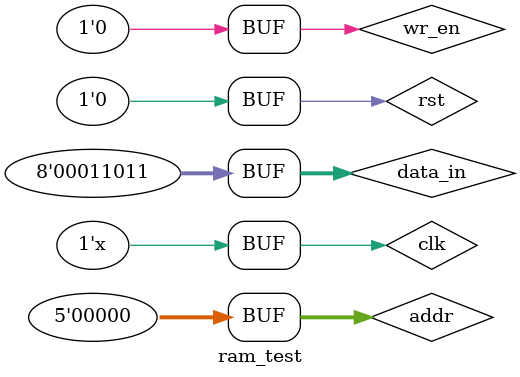
<source format=v>
`timescale 1ns / 1ps


module ram_test;

	// Inputs
	reg clk;
	reg rst;
	reg [4:0] addr;
	reg [7:0] data_in;
	reg wr_en;

	// Outputs
	wire [7:0] data_out;

	// Instantiate the Unit Under Test (UUT)
	ch_aline_storage uut (
		.clk(clk), 
		.rst(rst), 
		.addr(addr), 
		.data_in(data_in), 
		.data_out(data_out), 
		.wr_en(wr_en)
	);

	initial begin
		// Initialize Inputs
		clk = 0;
		rst = 0;
		addr = 0;
		data_in = 8'b00011011;
		wr_en = 0;

		// Wait 100 ns for global reset to finish
		#100;
		wr_en = 1;
		#10;
		wr_en = 0;
		
        
		// Add stimulus here

	end
always #5 clk = ~clk;     
endmodule


</source>
